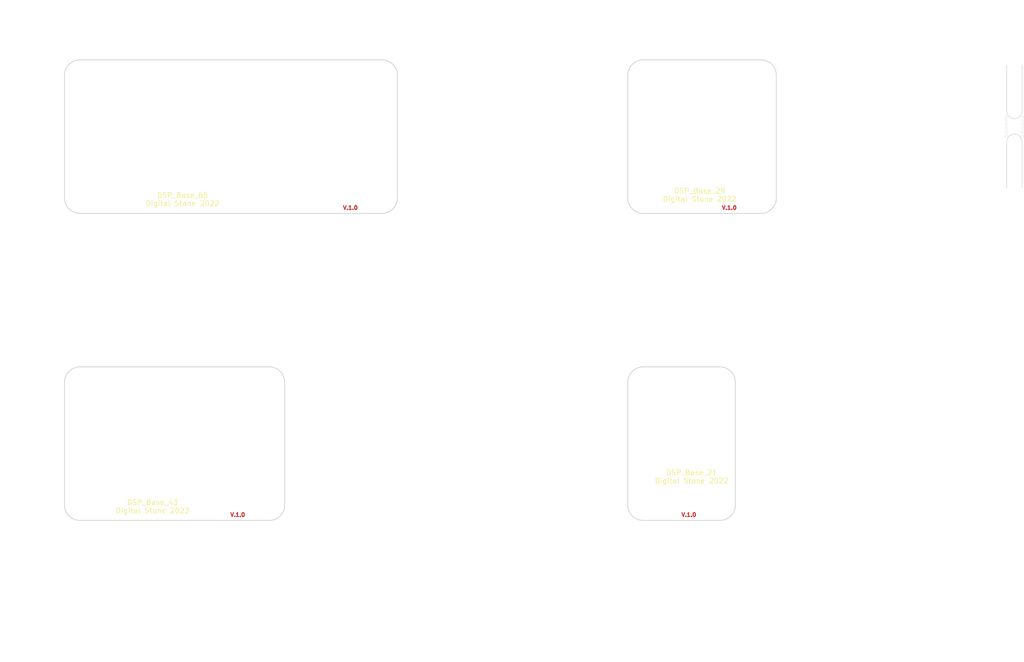
<source format=kicad_pcb>
(kicad_pcb (version 20211014) (generator pcbnew)
  (title_block (title "DSP Base Board Outlines") (date "2019-02-28") (rev "V.1.0") (company "Digital Stone") (comment 6 "creativecommons.org/licenses/by/4.0") (comment 7 "License: CC BY 4.0") (comment 8 "Author: Chris Hemming"))
  (layers (0 "F.Cu" signal) (31 "B.Cu" signal) (34 "B.Paste" user) (35 "F.Paste" user) (36 "B.SilkS" user "B.Silkscreen") (37 "F.SilkS" user "F.Silkscreen") (38 "B.Mask" user) (39 "F.Mask" user) (44 "Edge.Cuts" user))
  (net 0 "")
  (footprint "lib:MountingHole_2.7mm_M2.5_uHAT_RPi" (layer "F.Cu") (at 163.5 103.5)
    (fp_text reference "H211" hide)
    (fp_text value "MountingHole" hide)
    (pad "" np_thru_hole circle locked (at 0 0) (size 2.7 2.7) (drill 2.7) (layers *.Cu *.Mask) (clearance 1.75))
  )
  (footprint "lib:MountingHole_2.7mm_M2.5_uHAT_RPi" (layer "F.Cu") (at 177.5 103.5)
    (fp_text reference "H212" hide)
    (fp_text value "MountingHole" hide)
    (pad "" np_thru_hole circle locked (at 0 0) (size 2.7 2.7) (drill 2.7) (layers *.Cu *.Mask) (clearance 1.75))
  )
  (footprint "lib:MountingHole_2.7mm_M2.5_uHAT_RPi" (layer "F.Cu") (at 177.5 126.5)
    (fp_text reference "H213" hide)
    (fp_text value "MountingHole" hide)
    (pad "" np_thru_hole circle locked (at 0 0) (size 2.7 2.7) (drill 2.7) (layers *.Cu *.Mask) (clearance 1.75))
  )
  (footprint "lib:MountingHole_2.7mm_M2.5_uHAT_RPi" (layer "F.Cu") (at 163.5 126.5)
    (fp_text reference "H214" hide)
    (fp_text value "MountingHole" hide)
    (pad "" np_thru_hole circle locked (at 0 0) (size 2.7 2.7) (drill 2.7) (layers *.Cu *.Mask) (clearance 1.75))
  )
  (footprint "lib:MountingHole_2.7mm_M2.5_uHAT_RPi" (layer "F.Cu") (at 89.5 126.5)
    (fp_text reference "H433" hide)
    (fp_text value "MountingHole" hide)
    (pad "" np_thru_hole circle locked (at 0 0) (size 2.7 2.7) (drill 2.7) (layers *.Cu *.Mask) (clearance 1.75))
  )
  (footprint "lib:MountingHole_2.7mm_M2.5_uHAT_RPi" (layer "F.Cu") (at 89.5 103.5)
    (fp_text reference "H432" hide)
    (fp_text value "MountingHole" hide)
    (pad "" np_thru_hole circle locked (at 0 0) (size 2.7 2.7) (drill 2.7) (layers *.Cu *.Mask) (clearance 1.75))
  )
  (footprint "lib:MountingHole_2.7mm_M2.5_uHAT_RPi" (layer "F.Cu") (at 111.5 43.5)
    (fp_text reference "H652" hide)
    (fp_text value "MountingHole" hide)
    (pad "" np_thru_hole circle locked (at 0 0) (size 2.7 2.7) (drill 2.7) (layers *.Cu *.Mask) (clearance 1.75))
  )
  (footprint "lib:MountingHole_2.7mm_M2.5_uHAT_RPi" (layer "F.Cu") (at 185.5 43.5)
    (fp_text reference "H292" hide)
    (fp_text value "MountingHole" hide)
    (pad "" np_thru_hole circle locked (at 0 0) (size 2.7 2.7) (drill 2.7) (layers *.Cu *.Mask) (clearance 1.75))
  )
  (footprint "lib:MountingHole_2.7mm_M2.5_uHAT_RPi" (layer "F.Cu") (at 163.5 43.5)
    (fp_text reference "H291" hide)
    (fp_text value "MountingHole" hide)
    (pad "" np_thru_hole circle locked (at 0 0) (size 2.7 2.7) (drill 2.7) (layers *.Cu *.Mask) (clearance 1.75))
  )
  (footprint "lib:MountingHole_2.7mm_M2.5_uHAT_RPi" (layer "F.Cu") (at 53.5 43.5)
    (fp_text reference "H651" hide)
    (fp_text value "MountingHole" hide)
    (pad "" np_thru_hole circle locked (at 0 0) (size 2.7 2.7) (drill 2.7) (layers *.Cu *.Mask) (clearance 1.75))
  )
  (footprint "lib:MountingHole_2.7mm_M2.5_uHAT_RPi" (layer "F.Cu") (at 53.5 66.5)
    (fp_text reference "H654" hide)
    (fp_text value "MountingHole" hide)
    (pad "" np_thru_hole circle locked (at 0 0) (size 2.7 2.7) (drill 2.7) (layers F&B.Cu *.Mask) (clearance 1.75))
  )
  (footprint "lib:MountingHole_2.7mm_M2.5_uHAT_RPi" (layer "F.Cu") (at 163.5 66.5)
    (fp_text reference "H294" hide)
    (fp_text value "MountingHole" hide)
    (pad "" np_thru_hole circle locked (at 0 0) (size 2.7 2.7) (drill 2.7) (layers *.Cu *.Mask) (clearance 1.75))
  )
  (footprint "lib:MountingHole_2.7mm_M2.5_uHAT_RPi" (layer "F.Cu") (at 185.5 66.5)
    (fp_text reference "H293" hide)
    (fp_text value "MountingHole" hide)
    (pad "" np_thru_hole circle locked (at 0 0) (size 2.7 2.7) (drill 2.7) (layers *.Cu *.Mask) (clearance 1.75))
  )
  (footprint "lib:MountingHole_2.7mm_M2.5_uHAT_RPi" (layer "F.Cu") (at 53.5 103.5)
    (fp_text reference "H431" hide)
    (fp_text value "MountingHole" hide)
    (pad "" np_thru_hole circle locked (at 0 0) (size 2.7 2.7) (drill 2.7) (layers *.Cu *.Mask) (clearance 1.75))
  )
  (footprint "lib:MountingHole_2.7mm_M2.5_uHAT_RPi" (layer "F.Cu") (at 53.5 126.5)
    (fp_text reference "H434" hide)
    (fp_text value "MountingHole" hide)
    (pad "" np_thru_hole circle locked (at 0 0) (size 2.7 2.7) (drill 2.7) (layers *.Cu *.Mask) (clearance 1.75))
  )
  (footprint "lib:MountingHole_2.7mm_M2.5_uHAT_RPi" (layer "F.Cu") (at 111.5 66.5)
    (fp_text reference "H653" hide)
    (fp_text value "MountingHole" hide)
    (pad "" np_thru_hole circle locked (at 0 0) (size 2.7 2.7) (drill 2.7) (layers *.Cu *.Mask) (clearance 1.75))
  )
  (gr_line (start 163 130) (end 178 130) (layer "Edge.Cuts") (width 0.15))
  (gr_arc (start 178 100) (mid 180.12132 100.87868) (end 181 103) (layer "Edge.Cuts") (width 0.15))
  (gr_arc (start 181 127) (mid 180.12132 129.12132) (end 178 130) (layer "Edge.Cuts") (width 0.15))
  (gr_arc (start 163 130) (mid 160.87868 129.12132) (end 160 127) (layer "Edge.Cuts") (width 0.15))
  (gr_arc (start 160 103) (mid 160.87868 100.87868) (end 163 100) (layer "Edge.Cuts") (width 0.15))
  (gr_line (start 160 127) (end 160 103) (layer "Edge.Cuts") (width 0.15))
  (gr_line (start 163 100) (end 178 100) (layer "Edge.Cuts") (width 0.15))
  (gr_line (start 181 103) (end 181 127) (layer "Edge.Cuts") (width 0.15))
  (gr_arc (start 189 67) (mid 188.12132 69.12132) (end 186 70) (layer "Edge.Cuts") (width 0.15))
  (gr_line (start 53 100) (end 90 100) (layer "Edge.Cuts") (width 0.15))
  (gr_line (start 50 127) (end 50 103) (layer "Edge.Cuts") (width 0.15))
  (gr_line (start 237 56) (end 237 65) (layer "Edge.Cuts") (width 0.1))
  (gr_circle (center 237.1 54.875) (end 237.35 54.875) (layer "Edge.Cuts") (width 0.05) (fill none))
  (gr_arc (start 50 103) (mid 50.87868 100.87868) (end 53 100) (layer "Edge.Cuts") (width 0.15))
  (gr_circle (center 233.9 54.125) (end 234.15 54.125) (layer "Edge.Cuts") (width 0.05) (fill none))
  (gr_line (start 93 103) (end 93 127) (layer "Edge.Cuts") (width 0.15))
  (gr_arc (start 163 70) (mid 160.87868 69.12132) (end 160 67) (layer "Edge.Cuts") (width 0.15))
  (gr_arc (start 90 100) (mid 92.12132 100.87868) (end 93 103) (layer "Edge.Cuts") (width 0.15))
  (gr_line (start 163 40) (end 186 40) (layer "Edge.Cuts") (width 0.15))
  (gr_line (start 163.5 70) (end 163 70) (layer "Edge.Cuts") (width 0.15))
  (gr_circle (center 233.9 53.375) (end 234.15 53.375) (layer "Edge.Cuts") (width 0.05) (fill none))
  (gr_line (start 53 40) (end 112 40) (layer "Edge.Cuts") (width 0.15))
  (gr_line (start 50 67) (end 50 43) (layer "Edge.Cuts") (width 0.15))
  (gr_arc (start 237 50) (mid 235.5 51.5) (end 234 50) (layer "Edge.Cuts") (width 0.1))
  (gr_arc (start 234 56) (mid 235.5 54.5) (end 237 56) (layer "Edge.Cuts") (width 0.1))
  (gr_arc (start 186 40) (mid 188.12132 40.87868) (end 189 43) (layer "Edge.Cuts") (width 0.15))
  (gr_arc (start 160 43) (mid 160.87868 40.87868) (end 163 40) (layer "Edge.Cuts") (width 0.15))
  (gr_line (start 237 41) (end 237 50) (layer "Edge.Cuts") (width 0.1))
  (gr_line (start 115 43) (end 115 67) (layer "Edge.Cuts") (width 0.15))
  (gr_arc (start 53 70) (mid 50.87868 69.12132) (end 50 67) (layer "Edge.Cuts") (width 0.15))
  (gr_line (start 234 41) (end 234 50) (layer "Edge.Cuts") (width 0.1))
  (gr_arc (start 93 127) (mid 92.12132 129.12132) (end 90 130) (layer "Edge.Cuts") (width 0.15))
  (gr_arc (start 115 67) (mid 114.12132 69.12132) (end 112 70) (layer "Edge.Cuts") (width 0.15))
  (gr_circle (center 233.9 52.625) (end 234.15 52.625) (layer "Edge.Cuts") (width 0.05) (fill none))
  (gr_circle (center 233.9 54.875) (end 234.15 54.875) (layer "Edge.Cuts") (width 0.05) (fill none))
  (gr_line (start 185.5 70) (end 186 70) (layer "Edge.Cuts") (width 0.15))
  (gr_line (start 160 67) (end 160 43) (layer "Edge.Cuts") (width 0.15))
  (gr_circle (center 237.1 54.125) (end 237.35 54.125) (layer "Edge.Cuts") (width 0.05) (fill none))
  (gr_circle (center 237.1 51.125) (end 237.35 51.125) (layer "Edge.Cuts") (width 0.05) (fill none))
  (gr_line (start 53 70) (end 112 70) (layer "Edge.Cuts") (width 0.15))
  (gr_circle (center 237.1 51.875) (end 237.35 51.875) (layer "Edge.Cuts") (width 0.05) (fill none))
  (gr_arc (start 112 40) (mid 114.12132 40.87868) (end 115 43) (layer "Edge.Cuts") (width 0.15))
  (gr_arc (start 50 43) (mid 50.87868 40.87868) (end 53 40) (layer "Edge.Cuts") (width 0.15))
  (gr_circle (center 237.1 53.375) (end 237.35 53.375) (layer "Edge.Cuts") (width 0.05) (fill none))
  (gr_line (start 189 43) (end 189 67) (layer "Edge.Cuts") (width 0.15))
  (gr_line (start 53 130) (end 90 130) (layer "Edge.Cuts") (width 0.15))
  (gr_circle (center 233.9 51.125) (end 234.15 51.125) (layer "Edge.Cuts") (width 0.05) (fill none))
  (gr_circle (center 233.9 51.875) (end 234.15 51.875) (layer "Edge.Cuts") (width 0.05) (fill none))
  (gr_line (start 234 56) (end 234 65) (layer "Edge.Cuts") (width 0.1))
  (gr_arc (start 53 130) (mid 50.87868 129.12132) (end 50 127) (layer "Edge.Cuts") (width 0.15))
  (gr_circle (center 237.1 52.625) (end 237.35 52.625) (layer "Edge.Cuts") (width 0.05) (fill none))
  (gr_line (start 163.5 70) (end 185.5 70) (layer "Edge.Cuts") (width 0.15))
  (gr_text "V.1.0" (at 179.824 68.9) (layer "F.Cu") (effects (font (size 0.762 0.762) (thickness 0.1905))))
  (gr_text "V.1.0" (at 105.824 68.9) (layer "F.Cu") (effects (font (size 0.762 0.762) (thickness 0.1905))))
  (gr_text "V.1.0" (at 171.924 128.9) (layer "F.Cu") (effects (font (size 0.762 0.762) (thickness 0.1905))))
  (gr_text "V.1.0" (at 83.824 128.9) (layer "F.Cu") (effects (font (size 0.762 0.762) (thickness 0.1905))))
  (gr_text "DSP_Base_29\nDigital Stone 2022" (at 174.042 66.404) (layer "F.SilkS") (effects (font (size 1 1))))
  (gr_text "DSP_Base_21\nDigital Stone 2022" (at 172.462 121.454) (layer "F.SilkS") (effects (font (size 1 1))))
  (gr_text "DSP_Base_43\nDigital Stone 2022" (at 67.202 127.284) (layer "F.SilkS") (effects (font (size 1 1))))
  (gr_text "DSP_Base_65\nDigital Stone 2022" (at 73.058 67.249) (layer "F.SilkS") (effects (font (size 1 1))))
)
</source>
